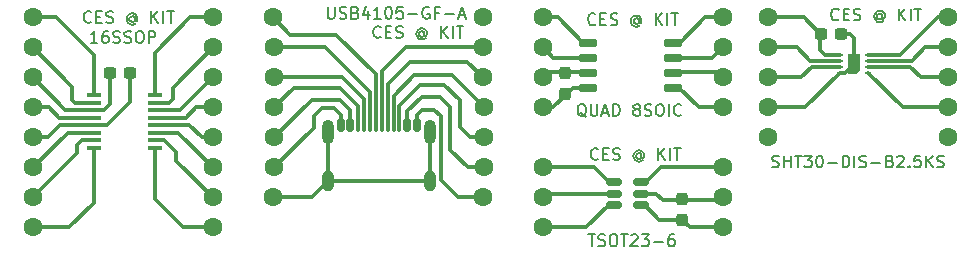
<source format=gbr>
%TF.GenerationSoftware,KiCad,Pcbnew,7.0.10*%
%TF.CreationDate,2024-02-02T14:05:35+01:00*%
%TF.ProjectId,smd_breadboard,736d645f-6272-4656-9164-626f6172642e,rev?*%
%TF.SameCoordinates,Original*%
%TF.FileFunction,Copper,L1,Top*%
%TF.FilePolarity,Positive*%
%FSLAX46Y46*%
G04 Gerber Fmt 4.6, Leading zero omitted, Abs format (unit mm)*
G04 Created by KiCad (PCBNEW 7.0.10) date 2024-02-02 14:05:35*
%MOMM*%
%LPD*%
G01*
G04 APERTURE LIST*
G04 Aperture macros list*
%AMRoundRect*
0 Rectangle with rounded corners*
0 $1 Rounding radius*
0 $2 $3 $4 $5 $6 $7 $8 $9 X,Y pos of 4 corners*
0 Add a 4 corners polygon primitive as box body*
4,1,4,$2,$3,$4,$5,$6,$7,$8,$9,$2,$3,0*
0 Add four circle primitives for the rounded corners*
1,1,$1+$1,$2,$3*
1,1,$1+$1,$4,$5*
1,1,$1+$1,$6,$7*
1,1,$1+$1,$8,$9*
0 Add four rect primitives between the rounded corners*
20,1,$1+$1,$2,$3,$4,$5,0*
20,1,$1+$1,$4,$5,$6,$7,0*
20,1,$1+$1,$6,$7,$8,$9,0*
20,1,$1+$1,$8,$9,$2,$3,0*%
%AMFreePoly0*
4,1,6,0.500000,-0.850000,-0.500000,-0.850000,-0.500000,0.550000,-0.200000,0.850000,0.500000,0.850000,0.500000,-0.850000,0.500000,-0.850000,$1*%
G04 Aperture macros list end*
%ADD10C,0.150000*%
%TA.AperFunction,NonConductor*%
%ADD11C,0.150000*%
%TD*%
%TA.AperFunction,ComponentPad*%
%ADD12C,1.600000*%
%TD*%
%TA.AperFunction,SMDPad,CuDef*%
%ADD13RoundRect,0.150000X-0.150000X-0.425000X0.150000X-0.425000X0.150000X0.425000X-0.150000X0.425000X0*%
%TD*%
%TA.AperFunction,SMDPad,CuDef*%
%ADD14RoundRect,0.075000X-0.075000X-0.500000X0.075000X-0.500000X0.075000X0.500000X-0.075000X0.500000X0*%
%TD*%
%TA.AperFunction,ComponentPad*%
%ADD15O,1.000000X2.100000*%
%TD*%
%TA.AperFunction,ComponentPad*%
%ADD16O,1.000000X1.800000*%
%TD*%
%TA.AperFunction,SMDPad,CuDef*%
%ADD17RoundRect,0.150000X-0.650000X-0.150000X0.650000X-0.150000X0.650000X0.150000X-0.650000X0.150000X0*%
%TD*%
%TA.AperFunction,SMDPad,CuDef*%
%ADD18RoundRect,0.237500X0.237500X-0.300000X0.237500X0.300000X-0.237500X0.300000X-0.237500X-0.300000X0*%
%TD*%
%TA.AperFunction,SMDPad,CuDef*%
%ADD19R,1.200000X0.400000*%
%TD*%
%TA.AperFunction,SMDPad,CuDef*%
%ADD20RoundRect,0.237500X-0.300000X-0.237500X0.300000X-0.237500X0.300000X0.237500X-0.300000X0.237500X0*%
%TD*%
%TA.AperFunction,SMDPad,CuDef*%
%ADD21RoundRect,0.237500X0.300000X0.237500X-0.300000X0.237500X-0.300000X-0.237500X0.300000X-0.237500X0*%
%TD*%
%TA.AperFunction,SMDPad,CuDef*%
%ADD22R,0.550000X0.250000*%
%TD*%
%TA.AperFunction,SMDPad,CuDef*%
%ADD23FreePoly0,180.000000*%
%TD*%
%TA.AperFunction,SMDPad,CuDef*%
%ADD24RoundRect,0.150000X0.512500X0.150000X-0.512500X0.150000X-0.512500X-0.150000X0.512500X-0.150000X0*%
%TD*%
%TA.AperFunction,Conductor*%
%ADD25C,0.300000*%
%TD*%
G04 APERTURE END LIST*
D10*
D11*
X179978207Y-63655580D02*
X179930588Y-63703200D01*
X179930588Y-63703200D02*
X179787731Y-63750819D01*
X179787731Y-63750819D02*
X179692493Y-63750819D01*
X179692493Y-63750819D02*
X179549636Y-63703200D01*
X179549636Y-63703200D02*
X179454398Y-63607961D01*
X179454398Y-63607961D02*
X179406779Y-63512723D01*
X179406779Y-63512723D02*
X179359160Y-63322247D01*
X179359160Y-63322247D02*
X179359160Y-63179390D01*
X179359160Y-63179390D02*
X179406779Y-62988914D01*
X179406779Y-62988914D02*
X179454398Y-62893676D01*
X179454398Y-62893676D02*
X179549636Y-62798438D01*
X179549636Y-62798438D02*
X179692493Y-62750819D01*
X179692493Y-62750819D02*
X179787731Y-62750819D01*
X179787731Y-62750819D02*
X179930588Y-62798438D01*
X179930588Y-62798438D02*
X179978207Y-62846057D01*
X180406779Y-63227009D02*
X180740112Y-63227009D01*
X180882969Y-63750819D02*
X180406779Y-63750819D01*
X180406779Y-63750819D02*
X180406779Y-62750819D01*
X180406779Y-62750819D02*
X180882969Y-62750819D01*
X181263922Y-63703200D02*
X181406779Y-63750819D01*
X181406779Y-63750819D02*
X181644874Y-63750819D01*
X181644874Y-63750819D02*
X181740112Y-63703200D01*
X181740112Y-63703200D02*
X181787731Y-63655580D01*
X181787731Y-63655580D02*
X181835350Y-63560342D01*
X181835350Y-63560342D02*
X181835350Y-63465104D01*
X181835350Y-63465104D02*
X181787731Y-63369866D01*
X181787731Y-63369866D02*
X181740112Y-63322247D01*
X181740112Y-63322247D02*
X181644874Y-63274628D01*
X181644874Y-63274628D02*
X181454398Y-63227009D01*
X181454398Y-63227009D02*
X181359160Y-63179390D01*
X181359160Y-63179390D02*
X181311541Y-63131771D01*
X181311541Y-63131771D02*
X181263922Y-63036533D01*
X181263922Y-63036533D02*
X181263922Y-62941295D01*
X181263922Y-62941295D02*
X181311541Y-62846057D01*
X181311541Y-62846057D02*
X181359160Y-62798438D01*
X181359160Y-62798438D02*
X181454398Y-62750819D01*
X181454398Y-62750819D02*
X181692493Y-62750819D01*
X181692493Y-62750819D02*
X181835350Y-62798438D01*
X183644874Y-63274628D02*
X183597255Y-63227009D01*
X183597255Y-63227009D02*
X183502017Y-63179390D01*
X183502017Y-63179390D02*
X183406779Y-63179390D01*
X183406779Y-63179390D02*
X183311541Y-63227009D01*
X183311541Y-63227009D02*
X183263922Y-63274628D01*
X183263922Y-63274628D02*
X183216303Y-63369866D01*
X183216303Y-63369866D02*
X183216303Y-63465104D01*
X183216303Y-63465104D02*
X183263922Y-63560342D01*
X183263922Y-63560342D02*
X183311541Y-63607961D01*
X183311541Y-63607961D02*
X183406779Y-63655580D01*
X183406779Y-63655580D02*
X183502017Y-63655580D01*
X183502017Y-63655580D02*
X183597255Y-63607961D01*
X183597255Y-63607961D02*
X183644874Y-63560342D01*
X183644874Y-63179390D02*
X183644874Y-63560342D01*
X183644874Y-63560342D02*
X183692493Y-63607961D01*
X183692493Y-63607961D02*
X183740112Y-63607961D01*
X183740112Y-63607961D02*
X183835351Y-63560342D01*
X183835351Y-63560342D02*
X183882970Y-63465104D01*
X183882970Y-63465104D02*
X183882970Y-63227009D01*
X183882970Y-63227009D02*
X183787732Y-63084152D01*
X183787732Y-63084152D02*
X183644874Y-62988914D01*
X183644874Y-62988914D02*
X183454398Y-62941295D01*
X183454398Y-62941295D02*
X183263922Y-62988914D01*
X183263922Y-62988914D02*
X183121065Y-63084152D01*
X183121065Y-63084152D02*
X183025827Y-63227009D01*
X183025827Y-63227009D02*
X182978208Y-63417485D01*
X182978208Y-63417485D02*
X183025827Y-63607961D01*
X183025827Y-63607961D02*
X183121065Y-63750819D01*
X183121065Y-63750819D02*
X183263922Y-63846057D01*
X183263922Y-63846057D02*
X183454398Y-63893676D01*
X183454398Y-63893676D02*
X183644874Y-63846057D01*
X183644874Y-63846057D02*
X183787732Y-63750819D01*
X185073446Y-63750819D02*
X185073446Y-62750819D01*
X185644874Y-63750819D02*
X185216303Y-63179390D01*
X185644874Y-62750819D02*
X185073446Y-63322247D01*
X186073446Y-63750819D02*
X186073446Y-62750819D01*
X186406779Y-62750819D02*
X186978207Y-62750819D01*
X186692493Y-63750819D02*
X186692493Y-62750819D01*
D10*
D11*
X159388207Y-64054580D02*
X159340588Y-64102200D01*
X159340588Y-64102200D02*
X159197731Y-64149819D01*
X159197731Y-64149819D02*
X159102493Y-64149819D01*
X159102493Y-64149819D02*
X158959636Y-64102200D01*
X158959636Y-64102200D02*
X158864398Y-64006961D01*
X158864398Y-64006961D02*
X158816779Y-63911723D01*
X158816779Y-63911723D02*
X158769160Y-63721247D01*
X158769160Y-63721247D02*
X158769160Y-63578390D01*
X158769160Y-63578390D02*
X158816779Y-63387914D01*
X158816779Y-63387914D02*
X158864398Y-63292676D01*
X158864398Y-63292676D02*
X158959636Y-63197438D01*
X158959636Y-63197438D02*
X159102493Y-63149819D01*
X159102493Y-63149819D02*
X159197731Y-63149819D01*
X159197731Y-63149819D02*
X159340588Y-63197438D01*
X159340588Y-63197438D02*
X159388207Y-63245057D01*
X159816779Y-63626009D02*
X160150112Y-63626009D01*
X160292969Y-64149819D02*
X159816779Y-64149819D01*
X159816779Y-64149819D02*
X159816779Y-63149819D01*
X159816779Y-63149819D02*
X160292969Y-63149819D01*
X160673922Y-64102200D02*
X160816779Y-64149819D01*
X160816779Y-64149819D02*
X161054874Y-64149819D01*
X161054874Y-64149819D02*
X161150112Y-64102200D01*
X161150112Y-64102200D02*
X161197731Y-64054580D01*
X161197731Y-64054580D02*
X161245350Y-63959342D01*
X161245350Y-63959342D02*
X161245350Y-63864104D01*
X161245350Y-63864104D02*
X161197731Y-63768866D01*
X161197731Y-63768866D02*
X161150112Y-63721247D01*
X161150112Y-63721247D02*
X161054874Y-63673628D01*
X161054874Y-63673628D02*
X160864398Y-63626009D01*
X160864398Y-63626009D02*
X160769160Y-63578390D01*
X160769160Y-63578390D02*
X160721541Y-63530771D01*
X160721541Y-63530771D02*
X160673922Y-63435533D01*
X160673922Y-63435533D02*
X160673922Y-63340295D01*
X160673922Y-63340295D02*
X160721541Y-63245057D01*
X160721541Y-63245057D02*
X160769160Y-63197438D01*
X160769160Y-63197438D02*
X160864398Y-63149819D01*
X160864398Y-63149819D02*
X161102493Y-63149819D01*
X161102493Y-63149819D02*
X161245350Y-63197438D01*
X163054874Y-63673628D02*
X163007255Y-63626009D01*
X163007255Y-63626009D02*
X162912017Y-63578390D01*
X162912017Y-63578390D02*
X162816779Y-63578390D01*
X162816779Y-63578390D02*
X162721541Y-63626009D01*
X162721541Y-63626009D02*
X162673922Y-63673628D01*
X162673922Y-63673628D02*
X162626303Y-63768866D01*
X162626303Y-63768866D02*
X162626303Y-63864104D01*
X162626303Y-63864104D02*
X162673922Y-63959342D01*
X162673922Y-63959342D02*
X162721541Y-64006961D01*
X162721541Y-64006961D02*
X162816779Y-64054580D01*
X162816779Y-64054580D02*
X162912017Y-64054580D01*
X162912017Y-64054580D02*
X163007255Y-64006961D01*
X163007255Y-64006961D02*
X163054874Y-63959342D01*
X163054874Y-63578390D02*
X163054874Y-63959342D01*
X163054874Y-63959342D02*
X163102493Y-64006961D01*
X163102493Y-64006961D02*
X163150112Y-64006961D01*
X163150112Y-64006961D02*
X163245351Y-63959342D01*
X163245351Y-63959342D02*
X163292970Y-63864104D01*
X163292970Y-63864104D02*
X163292970Y-63626009D01*
X163292970Y-63626009D02*
X163197732Y-63483152D01*
X163197732Y-63483152D02*
X163054874Y-63387914D01*
X163054874Y-63387914D02*
X162864398Y-63340295D01*
X162864398Y-63340295D02*
X162673922Y-63387914D01*
X162673922Y-63387914D02*
X162531065Y-63483152D01*
X162531065Y-63483152D02*
X162435827Y-63626009D01*
X162435827Y-63626009D02*
X162388208Y-63816485D01*
X162388208Y-63816485D02*
X162435827Y-64006961D01*
X162435827Y-64006961D02*
X162531065Y-64149819D01*
X162531065Y-64149819D02*
X162673922Y-64245057D01*
X162673922Y-64245057D02*
X162864398Y-64292676D01*
X162864398Y-64292676D02*
X163054874Y-64245057D01*
X163054874Y-64245057D02*
X163197732Y-64149819D01*
X164483446Y-64149819D02*
X164483446Y-63149819D01*
X165054874Y-64149819D02*
X164626303Y-63578390D01*
X165054874Y-63149819D02*
X164483446Y-63721247D01*
X165483446Y-64149819D02*
X165483446Y-63149819D01*
X165816779Y-63149819D02*
X166388207Y-63149819D01*
X166102493Y-64149819D02*
X166102493Y-63149819D01*
D10*
D11*
X116708207Y-63874580D02*
X116660588Y-63922200D01*
X116660588Y-63922200D02*
X116517731Y-63969819D01*
X116517731Y-63969819D02*
X116422493Y-63969819D01*
X116422493Y-63969819D02*
X116279636Y-63922200D01*
X116279636Y-63922200D02*
X116184398Y-63826961D01*
X116184398Y-63826961D02*
X116136779Y-63731723D01*
X116136779Y-63731723D02*
X116089160Y-63541247D01*
X116089160Y-63541247D02*
X116089160Y-63398390D01*
X116089160Y-63398390D02*
X116136779Y-63207914D01*
X116136779Y-63207914D02*
X116184398Y-63112676D01*
X116184398Y-63112676D02*
X116279636Y-63017438D01*
X116279636Y-63017438D02*
X116422493Y-62969819D01*
X116422493Y-62969819D02*
X116517731Y-62969819D01*
X116517731Y-62969819D02*
X116660588Y-63017438D01*
X116660588Y-63017438D02*
X116708207Y-63065057D01*
X117136779Y-63446009D02*
X117470112Y-63446009D01*
X117612969Y-63969819D02*
X117136779Y-63969819D01*
X117136779Y-63969819D02*
X117136779Y-62969819D01*
X117136779Y-62969819D02*
X117612969Y-62969819D01*
X117993922Y-63922200D02*
X118136779Y-63969819D01*
X118136779Y-63969819D02*
X118374874Y-63969819D01*
X118374874Y-63969819D02*
X118470112Y-63922200D01*
X118470112Y-63922200D02*
X118517731Y-63874580D01*
X118517731Y-63874580D02*
X118565350Y-63779342D01*
X118565350Y-63779342D02*
X118565350Y-63684104D01*
X118565350Y-63684104D02*
X118517731Y-63588866D01*
X118517731Y-63588866D02*
X118470112Y-63541247D01*
X118470112Y-63541247D02*
X118374874Y-63493628D01*
X118374874Y-63493628D02*
X118184398Y-63446009D01*
X118184398Y-63446009D02*
X118089160Y-63398390D01*
X118089160Y-63398390D02*
X118041541Y-63350771D01*
X118041541Y-63350771D02*
X117993922Y-63255533D01*
X117993922Y-63255533D02*
X117993922Y-63160295D01*
X117993922Y-63160295D02*
X118041541Y-63065057D01*
X118041541Y-63065057D02*
X118089160Y-63017438D01*
X118089160Y-63017438D02*
X118184398Y-62969819D01*
X118184398Y-62969819D02*
X118422493Y-62969819D01*
X118422493Y-62969819D02*
X118565350Y-63017438D01*
X120374874Y-63493628D02*
X120327255Y-63446009D01*
X120327255Y-63446009D02*
X120232017Y-63398390D01*
X120232017Y-63398390D02*
X120136779Y-63398390D01*
X120136779Y-63398390D02*
X120041541Y-63446009D01*
X120041541Y-63446009D02*
X119993922Y-63493628D01*
X119993922Y-63493628D02*
X119946303Y-63588866D01*
X119946303Y-63588866D02*
X119946303Y-63684104D01*
X119946303Y-63684104D02*
X119993922Y-63779342D01*
X119993922Y-63779342D02*
X120041541Y-63826961D01*
X120041541Y-63826961D02*
X120136779Y-63874580D01*
X120136779Y-63874580D02*
X120232017Y-63874580D01*
X120232017Y-63874580D02*
X120327255Y-63826961D01*
X120327255Y-63826961D02*
X120374874Y-63779342D01*
X120374874Y-63398390D02*
X120374874Y-63779342D01*
X120374874Y-63779342D02*
X120422493Y-63826961D01*
X120422493Y-63826961D02*
X120470112Y-63826961D01*
X120470112Y-63826961D02*
X120565351Y-63779342D01*
X120565351Y-63779342D02*
X120612970Y-63684104D01*
X120612970Y-63684104D02*
X120612970Y-63446009D01*
X120612970Y-63446009D02*
X120517732Y-63303152D01*
X120517732Y-63303152D02*
X120374874Y-63207914D01*
X120374874Y-63207914D02*
X120184398Y-63160295D01*
X120184398Y-63160295D02*
X119993922Y-63207914D01*
X119993922Y-63207914D02*
X119851065Y-63303152D01*
X119851065Y-63303152D02*
X119755827Y-63446009D01*
X119755827Y-63446009D02*
X119708208Y-63636485D01*
X119708208Y-63636485D02*
X119755827Y-63826961D01*
X119755827Y-63826961D02*
X119851065Y-63969819D01*
X119851065Y-63969819D02*
X119993922Y-64065057D01*
X119993922Y-64065057D02*
X120184398Y-64112676D01*
X120184398Y-64112676D02*
X120374874Y-64065057D01*
X120374874Y-64065057D02*
X120517732Y-63969819D01*
X121803446Y-63969819D02*
X121803446Y-62969819D01*
X122374874Y-63969819D02*
X121946303Y-63398390D01*
X122374874Y-62969819D02*
X121803446Y-63541247D01*
X122803446Y-63969819D02*
X122803446Y-62969819D01*
X123136779Y-62969819D02*
X123708207Y-62969819D01*
X123422493Y-63969819D02*
X123422493Y-62969819D01*
D10*
D11*
X159608207Y-75474580D02*
X159560588Y-75522200D01*
X159560588Y-75522200D02*
X159417731Y-75569819D01*
X159417731Y-75569819D02*
X159322493Y-75569819D01*
X159322493Y-75569819D02*
X159179636Y-75522200D01*
X159179636Y-75522200D02*
X159084398Y-75426961D01*
X159084398Y-75426961D02*
X159036779Y-75331723D01*
X159036779Y-75331723D02*
X158989160Y-75141247D01*
X158989160Y-75141247D02*
X158989160Y-74998390D01*
X158989160Y-74998390D02*
X159036779Y-74807914D01*
X159036779Y-74807914D02*
X159084398Y-74712676D01*
X159084398Y-74712676D02*
X159179636Y-74617438D01*
X159179636Y-74617438D02*
X159322493Y-74569819D01*
X159322493Y-74569819D02*
X159417731Y-74569819D01*
X159417731Y-74569819D02*
X159560588Y-74617438D01*
X159560588Y-74617438D02*
X159608207Y-74665057D01*
X160036779Y-75046009D02*
X160370112Y-75046009D01*
X160512969Y-75569819D02*
X160036779Y-75569819D01*
X160036779Y-75569819D02*
X160036779Y-74569819D01*
X160036779Y-74569819D02*
X160512969Y-74569819D01*
X160893922Y-75522200D02*
X161036779Y-75569819D01*
X161036779Y-75569819D02*
X161274874Y-75569819D01*
X161274874Y-75569819D02*
X161370112Y-75522200D01*
X161370112Y-75522200D02*
X161417731Y-75474580D01*
X161417731Y-75474580D02*
X161465350Y-75379342D01*
X161465350Y-75379342D02*
X161465350Y-75284104D01*
X161465350Y-75284104D02*
X161417731Y-75188866D01*
X161417731Y-75188866D02*
X161370112Y-75141247D01*
X161370112Y-75141247D02*
X161274874Y-75093628D01*
X161274874Y-75093628D02*
X161084398Y-75046009D01*
X161084398Y-75046009D02*
X160989160Y-74998390D01*
X160989160Y-74998390D02*
X160941541Y-74950771D01*
X160941541Y-74950771D02*
X160893922Y-74855533D01*
X160893922Y-74855533D02*
X160893922Y-74760295D01*
X160893922Y-74760295D02*
X160941541Y-74665057D01*
X160941541Y-74665057D02*
X160989160Y-74617438D01*
X160989160Y-74617438D02*
X161084398Y-74569819D01*
X161084398Y-74569819D02*
X161322493Y-74569819D01*
X161322493Y-74569819D02*
X161465350Y-74617438D01*
X163274874Y-75093628D02*
X163227255Y-75046009D01*
X163227255Y-75046009D02*
X163132017Y-74998390D01*
X163132017Y-74998390D02*
X163036779Y-74998390D01*
X163036779Y-74998390D02*
X162941541Y-75046009D01*
X162941541Y-75046009D02*
X162893922Y-75093628D01*
X162893922Y-75093628D02*
X162846303Y-75188866D01*
X162846303Y-75188866D02*
X162846303Y-75284104D01*
X162846303Y-75284104D02*
X162893922Y-75379342D01*
X162893922Y-75379342D02*
X162941541Y-75426961D01*
X162941541Y-75426961D02*
X163036779Y-75474580D01*
X163036779Y-75474580D02*
X163132017Y-75474580D01*
X163132017Y-75474580D02*
X163227255Y-75426961D01*
X163227255Y-75426961D02*
X163274874Y-75379342D01*
X163274874Y-74998390D02*
X163274874Y-75379342D01*
X163274874Y-75379342D02*
X163322493Y-75426961D01*
X163322493Y-75426961D02*
X163370112Y-75426961D01*
X163370112Y-75426961D02*
X163465351Y-75379342D01*
X163465351Y-75379342D02*
X163512970Y-75284104D01*
X163512970Y-75284104D02*
X163512970Y-75046009D01*
X163512970Y-75046009D02*
X163417732Y-74903152D01*
X163417732Y-74903152D02*
X163274874Y-74807914D01*
X163274874Y-74807914D02*
X163084398Y-74760295D01*
X163084398Y-74760295D02*
X162893922Y-74807914D01*
X162893922Y-74807914D02*
X162751065Y-74903152D01*
X162751065Y-74903152D02*
X162655827Y-75046009D01*
X162655827Y-75046009D02*
X162608208Y-75236485D01*
X162608208Y-75236485D02*
X162655827Y-75426961D01*
X162655827Y-75426961D02*
X162751065Y-75569819D01*
X162751065Y-75569819D02*
X162893922Y-75665057D01*
X162893922Y-75665057D02*
X163084398Y-75712676D01*
X163084398Y-75712676D02*
X163274874Y-75665057D01*
X163274874Y-75665057D02*
X163417732Y-75569819D01*
X164703446Y-75569819D02*
X164703446Y-74569819D01*
X165274874Y-75569819D02*
X164846303Y-74998390D01*
X165274874Y-74569819D02*
X164703446Y-75141247D01*
X165703446Y-75569819D02*
X165703446Y-74569819D01*
X166036779Y-74569819D02*
X166608207Y-74569819D01*
X166322493Y-75569819D02*
X166322493Y-74569819D01*
D10*
D11*
X141208207Y-65124580D02*
X141160588Y-65172200D01*
X141160588Y-65172200D02*
X141017731Y-65219819D01*
X141017731Y-65219819D02*
X140922493Y-65219819D01*
X140922493Y-65219819D02*
X140779636Y-65172200D01*
X140779636Y-65172200D02*
X140684398Y-65076961D01*
X140684398Y-65076961D02*
X140636779Y-64981723D01*
X140636779Y-64981723D02*
X140589160Y-64791247D01*
X140589160Y-64791247D02*
X140589160Y-64648390D01*
X140589160Y-64648390D02*
X140636779Y-64457914D01*
X140636779Y-64457914D02*
X140684398Y-64362676D01*
X140684398Y-64362676D02*
X140779636Y-64267438D01*
X140779636Y-64267438D02*
X140922493Y-64219819D01*
X140922493Y-64219819D02*
X141017731Y-64219819D01*
X141017731Y-64219819D02*
X141160588Y-64267438D01*
X141160588Y-64267438D02*
X141208207Y-64315057D01*
X141636779Y-64696009D02*
X141970112Y-64696009D01*
X142112969Y-65219819D02*
X141636779Y-65219819D01*
X141636779Y-65219819D02*
X141636779Y-64219819D01*
X141636779Y-64219819D02*
X142112969Y-64219819D01*
X142493922Y-65172200D02*
X142636779Y-65219819D01*
X142636779Y-65219819D02*
X142874874Y-65219819D01*
X142874874Y-65219819D02*
X142970112Y-65172200D01*
X142970112Y-65172200D02*
X143017731Y-65124580D01*
X143017731Y-65124580D02*
X143065350Y-65029342D01*
X143065350Y-65029342D02*
X143065350Y-64934104D01*
X143065350Y-64934104D02*
X143017731Y-64838866D01*
X143017731Y-64838866D02*
X142970112Y-64791247D01*
X142970112Y-64791247D02*
X142874874Y-64743628D01*
X142874874Y-64743628D02*
X142684398Y-64696009D01*
X142684398Y-64696009D02*
X142589160Y-64648390D01*
X142589160Y-64648390D02*
X142541541Y-64600771D01*
X142541541Y-64600771D02*
X142493922Y-64505533D01*
X142493922Y-64505533D02*
X142493922Y-64410295D01*
X142493922Y-64410295D02*
X142541541Y-64315057D01*
X142541541Y-64315057D02*
X142589160Y-64267438D01*
X142589160Y-64267438D02*
X142684398Y-64219819D01*
X142684398Y-64219819D02*
X142922493Y-64219819D01*
X142922493Y-64219819D02*
X143065350Y-64267438D01*
X144874874Y-64743628D02*
X144827255Y-64696009D01*
X144827255Y-64696009D02*
X144732017Y-64648390D01*
X144732017Y-64648390D02*
X144636779Y-64648390D01*
X144636779Y-64648390D02*
X144541541Y-64696009D01*
X144541541Y-64696009D02*
X144493922Y-64743628D01*
X144493922Y-64743628D02*
X144446303Y-64838866D01*
X144446303Y-64838866D02*
X144446303Y-64934104D01*
X144446303Y-64934104D02*
X144493922Y-65029342D01*
X144493922Y-65029342D02*
X144541541Y-65076961D01*
X144541541Y-65076961D02*
X144636779Y-65124580D01*
X144636779Y-65124580D02*
X144732017Y-65124580D01*
X144732017Y-65124580D02*
X144827255Y-65076961D01*
X144827255Y-65076961D02*
X144874874Y-65029342D01*
X144874874Y-64648390D02*
X144874874Y-65029342D01*
X144874874Y-65029342D02*
X144922493Y-65076961D01*
X144922493Y-65076961D02*
X144970112Y-65076961D01*
X144970112Y-65076961D02*
X145065351Y-65029342D01*
X145065351Y-65029342D02*
X145112970Y-64934104D01*
X145112970Y-64934104D02*
X145112970Y-64696009D01*
X145112970Y-64696009D02*
X145017732Y-64553152D01*
X145017732Y-64553152D02*
X144874874Y-64457914D01*
X144874874Y-64457914D02*
X144684398Y-64410295D01*
X144684398Y-64410295D02*
X144493922Y-64457914D01*
X144493922Y-64457914D02*
X144351065Y-64553152D01*
X144351065Y-64553152D02*
X144255827Y-64696009D01*
X144255827Y-64696009D02*
X144208208Y-64886485D01*
X144208208Y-64886485D02*
X144255827Y-65076961D01*
X144255827Y-65076961D02*
X144351065Y-65219819D01*
X144351065Y-65219819D02*
X144493922Y-65315057D01*
X144493922Y-65315057D02*
X144684398Y-65362676D01*
X144684398Y-65362676D02*
X144874874Y-65315057D01*
X144874874Y-65315057D02*
X145017732Y-65219819D01*
X146303446Y-65219819D02*
X146303446Y-64219819D01*
X146874874Y-65219819D02*
X146446303Y-64648390D01*
X146874874Y-64219819D02*
X146303446Y-64791247D01*
X147303446Y-65219819D02*
X147303446Y-64219819D01*
X147636779Y-64219819D02*
X148208207Y-64219819D01*
X147922493Y-65219819D02*
X147922493Y-64219819D01*
D10*
D11*
X136738095Y-62604819D02*
X136738095Y-63414342D01*
X136738095Y-63414342D02*
X136785714Y-63509580D01*
X136785714Y-63509580D02*
X136833333Y-63557200D01*
X136833333Y-63557200D02*
X136928571Y-63604819D01*
X136928571Y-63604819D02*
X137119047Y-63604819D01*
X137119047Y-63604819D02*
X137214285Y-63557200D01*
X137214285Y-63557200D02*
X137261904Y-63509580D01*
X137261904Y-63509580D02*
X137309523Y-63414342D01*
X137309523Y-63414342D02*
X137309523Y-62604819D01*
X137738095Y-63557200D02*
X137880952Y-63604819D01*
X137880952Y-63604819D02*
X138119047Y-63604819D01*
X138119047Y-63604819D02*
X138214285Y-63557200D01*
X138214285Y-63557200D02*
X138261904Y-63509580D01*
X138261904Y-63509580D02*
X138309523Y-63414342D01*
X138309523Y-63414342D02*
X138309523Y-63319104D01*
X138309523Y-63319104D02*
X138261904Y-63223866D01*
X138261904Y-63223866D02*
X138214285Y-63176247D01*
X138214285Y-63176247D02*
X138119047Y-63128628D01*
X138119047Y-63128628D02*
X137928571Y-63081009D01*
X137928571Y-63081009D02*
X137833333Y-63033390D01*
X137833333Y-63033390D02*
X137785714Y-62985771D01*
X137785714Y-62985771D02*
X137738095Y-62890533D01*
X137738095Y-62890533D02*
X137738095Y-62795295D01*
X137738095Y-62795295D02*
X137785714Y-62700057D01*
X137785714Y-62700057D02*
X137833333Y-62652438D01*
X137833333Y-62652438D02*
X137928571Y-62604819D01*
X137928571Y-62604819D02*
X138166666Y-62604819D01*
X138166666Y-62604819D02*
X138309523Y-62652438D01*
X139071428Y-63081009D02*
X139214285Y-63128628D01*
X139214285Y-63128628D02*
X139261904Y-63176247D01*
X139261904Y-63176247D02*
X139309523Y-63271485D01*
X139309523Y-63271485D02*
X139309523Y-63414342D01*
X139309523Y-63414342D02*
X139261904Y-63509580D01*
X139261904Y-63509580D02*
X139214285Y-63557200D01*
X139214285Y-63557200D02*
X139119047Y-63604819D01*
X139119047Y-63604819D02*
X138738095Y-63604819D01*
X138738095Y-63604819D02*
X138738095Y-62604819D01*
X138738095Y-62604819D02*
X139071428Y-62604819D01*
X139071428Y-62604819D02*
X139166666Y-62652438D01*
X139166666Y-62652438D02*
X139214285Y-62700057D01*
X139214285Y-62700057D02*
X139261904Y-62795295D01*
X139261904Y-62795295D02*
X139261904Y-62890533D01*
X139261904Y-62890533D02*
X139214285Y-62985771D01*
X139214285Y-62985771D02*
X139166666Y-63033390D01*
X139166666Y-63033390D02*
X139071428Y-63081009D01*
X139071428Y-63081009D02*
X138738095Y-63081009D01*
X140166666Y-62938152D02*
X140166666Y-63604819D01*
X139928571Y-62557200D02*
X139690476Y-63271485D01*
X139690476Y-63271485D02*
X140309523Y-63271485D01*
X141214285Y-63604819D02*
X140642857Y-63604819D01*
X140928571Y-63604819D02*
X140928571Y-62604819D01*
X140928571Y-62604819D02*
X140833333Y-62747676D01*
X140833333Y-62747676D02*
X140738095Y-62842914D01*
X140738095Y-62842914D02*
X140642857Y-62890533D01*
X141833333Y-62604819D02*
X141928571Y-62604819D01*
X141928571Y-62604819D02*
X142023809Y-62652438D01*
X142023809Y-62652438D02*
X142071428Y-62700057D01*
X142071428Y-62700057D02*
X142119047Y-62795295D01*
X142119047Y-62795295D02*
X142166666Y-62985771D01*
X142166666Y-62985771D02*
X142166666Y-63223866D01*
X142166666Y-63223866D02*
X142119047Y-63414342D01*
X142119047Y-63414342D02*
X142071428Y-63509580D01*
X142071428Y-63509580D02*
X142023809Y-63557200D01*
X142023809Y-63557200D02*
X141928571Y-63604819D01*
X141928571Y-63604819D02*
X141833333Y-63604819D01*
X141833333Y-63604819D02*
X141738095Y-63557200D01*
X141738095Y-63557200D02*
X141690476Y-63509580D01*
X141690476Y-63509580D02*
X141642857Y-63414342D01*
X141642857Y-63414342D02*
X141595238Y-63223866D01*
X141595238Y-63223866D02*
X141595238Y-62985771D01*
X141595238Y-62985771D02*
X141642857Y-62795295D01*
X141642857Y-62795295D02*
X141690476Y-62700057D01*
X141690476Y-62700057D02*
X141738095Y-62652438D01*
X141738095Y-62652438D02*
X141833333Y-62604819D01*
X143071428Y-62604819D02*
X142595238Y-62604819D01*
X142595238Y-62604819D02*
X142547619Y-63081009D01*
X142547619Y-63081009D02*
X142595238Y-63033390D01*
X142595238Y-63033390D02*
X142690476Y-62985771D01*
X142690476Y-62985771D02*
X142928571Y-62985771D01*
X142928571Y-62985771D02*
X143023809Y-63033390D01*
X143023809Y-63033390D02*
X143071428Y-63081009D01*
X143071428Y-63081009D02*
X143119047Y-63176247D01*
X143119047Y-63176247D02*
X143119047Y-63414342D01*
X143119047Y-63414342D02*
X143071428Y-63509580D01*
X143071428Y-63509580D02*
X143023809Y-63557200D01*
X143023809Y-63557200D02*
X142928571Y-63604819D01*
X142928571Y-63604819D02*
X142690476Y-63604819D01*
X142690476Y-63604819D02*
X142595238Y-63557200D01*
X142595238Y-63557200D02*
X142547619Y-63509580D01*
X143547619Y-63223866D02*
X144309524Y-63223866D01*
X145309523Y-62652438D02*
X145214285Y-62604819D01*
X145214285Y-62604819D02*
X145071428Y-62604819D01*
X145071428Y-62604819D02*
X144928571Y-62652438D01*
X144928571Y-62652438D02*
X144833333Y-62747676D01*
X144833333Y-62747676D02*
X144785714Y-62842914D01*
X144785714Y-62842914D02*
X144738095Y-63033390D01*
X144738095Y-63033390D02*
X144738095Y-63176247D01*
X144738095Y-63176247D02*
X144785714Y-63366723D01*
X144785714Y-63366723D02*
X144833333Y-63461961D01*
X144833333Y-63461961D02*
X144928571Y-63557200D01*
X144928571Y-63557200D02*
X145071428Y-63604819D01*
X145071428Y-63604819D02*
X145166666Y-63604819D01*
X145166666Y-63604819D02*
X145309523Y-63557200D01*
X145309523Y-63557200D02*
X145357142Y-63509580D01*
X145357142Y-63509580D02*
X145357142Y-63176247D01*
X145357142Y-63176247D02*
X145166666Y-63176247D01*
X146119047Y-63081009D02*
X145785714Y-63081009D01*
X145785714Y-63604819D02*
X145785714Y-62604819D01*
X145785714Y-62604819D02*
X146261904Y-62604819D01*
X146642857Y-63223866D02*
X147404762Y-63223866D01*
X147833333Y-63319104D02*
X148309523Y-63319104D01*
X147738095Y-63604819D02*
X148071428Y-62604819D01*
X148071428Y-62604819D02*
X148404761Y-63604819D01*
D10*
D11*
X158613333Y-71930057D02*
X158518095Y-71882438D01*
X158518095Y-71882438D02*
X158422857Y-71787200D01*
X158422857Y-71787200D02*
X158280000Y-71644342D01*
X158280000Y-71644342D02*
X158184762Y-71596723D01*
X158184762Y-71596723D02*
X158089524Y-71596723D01*
X158137143Y-71834819D02*
X158041905Y-71787200D01*
X158041905Y-71787200D02*
X157946667Y-71691961D01*
X157946667Y-71691961D02*
X157899048Y-71501485D01*
X157899048Y-71501485D02*
X157899048Y-71168152D01*
X157899048Y-71168152D02*
X157946667Y-70977676D01*
X157946667Y-70977676D02*
X158041905Y-70882438D01*
X158041905Y-70882438D02*
X158137143Y-70834819D01*
X158137143Y-70834819D02*
X158327619Y-70834819D01*
X158327619Y-70834819D02*
X158422857Y-70882438D01*
X158422857Y-70882438D02*
X158518095Y-70977676D01*
X158518095Y-70977676D02*
X158565714Y-71168152D01*
X158565714Y-71168152D02*
X158565714Y-71501485D01*
X158565714Y-71501485D02*
X158518095Y-71691961D01*
X158518095Y-71691961D02*
X158422857Y-71787200D01*
X158422857Y-71787200D02*
X158327619Y-71834819D01*
X158327619Y-71834819D02*
X158137143Y-71834819D01*
X158994286Y-70834819D02*
X158994286Y-71644342D01*
X158994286Y-71644342D02*
X159041905Y-71739580D01*
X159041905Y-71739580D02*
X159089524Y-71787200D01*
X159089524Y-71787200D02*
X159184762Y-71834819D01*
X159184762Y-71834819D02*
X159375238Y-71834819D01*
X159375238Y-71834819D02*
X159470476Y-71787200D01*
X159470476Y-71787200D02*
X159518095Y-71739580D01*
X159518095Y-71739580D02*
X159565714Y-71644342D01*
X159565714Y-71644342D02*
X159565714Y-70834819D01*
X159994286Y-71549104D02*
X160470476Y-71549104D01*
X159899048Y-71834819D02*
X160232381Y-70834819D01*
X160232381Y-70834819D02*
X160565714Y-71834819D01*
X160899048Y-71834819D02*
X160899048Y-70834819D01*
X160899048Y-70834819D02*
X161137143Y-70834819D01*
X161137143Y-70834819D02*
X161280000Y-70882438D01*
X161280000Y-70882438D02*
X161375238Y-70977676D01*
X161375238Y-70977676D02*
X161422857Y-71072914D01*
X161422857Y-71072914D02*
X161470476Y-71263390D01*
X161470476Y-71263390D02*
X161470476Y-71406247D01*
X161470476Y-71406247D02*
X161422857Y-71596723D01*
X161422857Y-71596723D02*
X161375238Y-71691961D01*
X161375238Y-71691961D02*
X161280000Y-71787200D01*
X161280000Y-71787200D02*
X161137143Y-71834819D01*
X161137143Y-71834819D02*
X160899048Y-71834819D01*
X162803810Y-71263390D02*
X162708572Y-71215771D01*
X162708572Y-71215771D02*
X162660953Y-71168152D01*
X162660953Y-71168152D02*
X162613334Y-71072914D01*
X162613334Y-71072914D02*
X162613334Y-71025295D01*
X162613334Y-71025295D02*
X162660953Y-70930057D01*
X162660953Y-70930057D02*
X162708572Y-70882438D01*
X162708572Y-70882438D02*
X162803810Y-70834819D01*
X162803810Y-70834819D02*
X162994286Y-70834819D01*
X162994286Y-70834819D02*
X163089524Y-70882438D01*
X163089524Y-70882438D02*
X163137143Y-70930057D01*
X163137143Y-70930057D02*
X163184762Y-71025295D01*
X163184762Y-71025295D02*
X163184762Y-71072914D01*
X163184762Y-71072914D02*
X163137143Y-71168152D01*
X163137143Y-71168152D02*
X163089524Y-71215771D01*
X163089524Y-71215771D02*
X162994286Y-71263390D01*
X162994286Y-71263390D02*
X162803810Y-71263390D01*
X162803810Y-71263390D02*
X162708572Y-71311009D01*
X162708572Y-71311009D02*
X162660953Y-71358628D01*
X162660953Y-71358628D02*
X162613334Y-71453866D01*
X162613334Y-71453866D02*
X162613334Y-71644342D01*
X162613334Y-71644342D02*
X162660953Y-71739580D01*
X162660953Y-71739580D02*
X162708572Y-71787200D01*
X162708572Y-71787200D02*
X162803810Y-71834819D01*
X162803810Y-71834819D02*
X162994286Y-71834819D01*
X162994286Y-71834819D02*
X163089524Y-71787200D01*
X163089524Y-71787200D02*
X163137143Y-71739580D01*
X163137143Y-71739580D02*
X163184762Y-71644342D01*
X163184762Y-71644342D02*
X163184762Y-71453866D01*
X163184762Y-71453866D02*
X163137143Y-71358628D01*
X163137143Y-71358628D02*
X163089524Y-71311009D01*
X163089524Y-71311009D02*
X162994286Y-71263390D01*
X163565715Y-71787200D02*
X163708572Y-71834819D01*
X163708572Y-71834819D02*
X163946667Y-71834819D01*
X163946667Y-71834819D02*
X164041905Y-71787200D01*
X164041905Y-71787200D02*
X164089524Y-71739580D01*
X164089524Y-71739580D02*
X164137143Y-71644342D01*
X164137143Y-71644342D02*
X164137143Y-71549104D01*
X164137143Y-71549104D02*
X164089524Y-71453866D01*
X164089524Y-71453866D02*
X164041905Y-71406247D01*
X164041905Y-71406247D02*
X163946667Y-71358628D01*
X163946667Y-71358628D02*
X163756191Y-71311009D01*
X163756191Y-71311009D02*
X163660953Y-71263390D01*
X163660953Y-71263390D02*
X163613334Y-71215771D01*
X163613334Y-71215771D02*
X163565715Y-71120533D01*
X163565715Y-71120533D02*
X163565715Y-71025295D01*
X163565715Y-71025295D02*
X163613334Y-70930057D01*
X163613334Y-70930057D02*
X163660953Y-70882438D01*
X163660953Y-70882438D02*
X163756191Y-70834819D01*
X163756191Y-70834819D02*
X163994286Y-70834819D01*
X163994286Y-70834819D02*
X164137143Y-70882438D01*
X164756191Y-70834819D02*
X164946667Y-70834819D01*
X164946667Y-70834819D02*
X165041905Y-70882438D01*
X165041905Y-70882438D02*
X165137143Y-70977676D01*
X165137143Y-70977676D02*
X165184762Y-71168152D01*
X165184762Y-71168152D02*
X165184762Y-71501485D01*
X165184762Y-71501485D02*
X165137143Y-71691961D01*
X165137143Y-71691961D02*
X165041905Y-71787200D01*
X165041905Y-71787200D02*
X164946667Y-71834819D01*
X164946667Y-71834819D02*
X164756191Y-71834819D01*
X164756191Y-71834819D02*
X164660953Y-71787200D01*
X164660953Y-71787200D02*
X164565715Y-71691961D01*
X164565715Y-71691961D02*
X164518096Y-71501485D01*
X164518096Y-71501485D02*
X164518096Y-71168152D01*
X164518096Y-71168152D02*
X164565715Y-70977676D01*
X164565715Y-70977676D02*
X164660953Y-70882438D01*
X164660953Y-70882438D02*
X164756191Y-70834819D01*
X165613334Y-71834819D02*
X165613334Y-70834819D01*
X166660952Y-71739580D02*
X166613333Y-71787200D01*
X166613333Y-71787200D02*
X166470476Y-71834819D01*
X166470476Y-71834819D02*
X166375238Y-71834819D01*
X166375238Y-71834819D02*
X166232381Y-71787200D01*
X166232381Y-71787200D02*
X166137143Y-71691961D01*
X166137143Y-71691961D02*
X166089524Y-71596723D01*
X166089524Y-71596723D02*
X166041905Y-71406247D01*
X166041905Y-71406247D02*
X166041905Y-71263390D01*
X166041905Y-71263390D02*
X166089524Y-71072914D01*
X166089524Y-71072914D02*
X166137143Y-70977676D01*
X166137143Y-70977676D02*
X166232381Y-70882438D01*
X166232381Y-70882438D02*
X166375238Y-70834819D01*
X166375238Y-70834819D02*
X166470476Y-70834819D01*
X166470476Y-70834819D02*
X166613333Y-70882438D01*
X166613333Y-70882438D02*
X166660952Y-70930057D01*
D10*
D11*
X117233333Y-65654819D02*
X116661905Y-65654819D01*
X116947619Y-65654819D02*
X116947619Y-64654819D01*
X116947619Y-64654819D02*
X116852381Y-64797676D01*
X116852381Y-64797676D02*
X116757143Y-64892914D01*
X116757143Y-64892914D02*
X116661905Y-64940533D01*
X118090476Y-64654819D02*
X117900000Y-64654819D01*
X117900000Y-64654819D02*
X117804762Y-64702438D01*
X117804762Y-64702438D02*
X117757143Y-64750057D01*
X117757143Y-64750057D02*
X117661905Y-64892914D01*
X117661905Y-64892914D02*
X117614286Y-65083390D01*
X117614286Y-65083390D02*
X117614286Y-65464342D01*
X117614286Y-65464342D02*
X117661905Y-65559580D01*
X117661905Y-65559580D02*
X117709524Y-65607200D01*
X117709524Y-65607200D02*
X117804762Y-65654819D01*
X117804762Y-65654819D02*
X117995238Y-65654819D01*
X117995238Y-65654819D02*
X118090476Y-65607200D01*
X118090476Y-65607200D02*
X118138095Y-65559580D01*
X118138095Y-65559580D02*
X118185714Y-65464342D01*
X118185714Y-65464342D02*
X118185714Y-65226247D01*
X118185714Y-65226247D02*
X118138095Y-65131009D01*
X118138095Y-65131009D02*
X118090476Y-65083390D01*
X118090476Y-65083390D02*
X117995238Y-65035771D01*
X117995238Y-65035771D02*
X117804762Y-65035771D01*
X117804762Y-65035771D02*
X117709524Y-65083390D01*
X117709524Y-65083390D02*
X117661905Y-65131009D01*
X117661905Y-65131009D02*
X117614286Y-65226247D01*
X118566667Y-65607200D02*
X118709524Y-65654819D01*
X118709524Y-65654819D02*
X118947619Y-65654819D01*
X118947619Y-65654819D02*
X119042857Y-65607200D01*
X119042857Y-65607200D02*
X119090476Y-65559580D01*
X119090476Y-65559580D02*
X119138095Y-65464342D01*
X119138095Y-65464342D02*
X119138095Y-65369104D01*
X119138095Y-65369104D02*
X119090476Y-65273866D01*
X119090476Y-65273866D02*
X119042857Y-65226247D01*
X119042857Y-65226247D02*
X118947619Y-65178628D01*
X118947619Y-65178628D02*
X118757143Y-65131009D01*
X118757143Y-65131009D02*
X118661905Y-65083390D01*
X118661905Y-65083390D02*
X118614286Y-65035771D01*
X118614286Y-65035771D02*
X118566667Y-64940533D01*
X118566667Y-64940533D02*
X118566667Y-64845295D01*
X118566667Y-64845295D02*
X118614286Y-64750057D01*
X118614286Y-64750057D02*
X118661905Y-64702438D01*
X118661905Y-64702438D02*
X118757143Y-64654819D01*
X118757143Y-64654819D02*
X118995238Y-64654819D01*
X118995238Y-64654819D02*
X119138095Y-64702438D01*
X119519048Y-65607200D02*
X119661905Y-65654819D01*
X119661905Y-65654819D02*
X119900000Y-65654819D01*
X119900000Y-65654819D02*
X119995238Y-65607200D01*
X119995238Y-65607200D02*
X120042857Y-65559580D01*
X120042857Y-65559580D02*
X120090476Y-65464342D01*
X120090476Y-65464342D02*
X120090476Y-65369104D01*
X120090476Y-65369104D02*
X120042857Y-65273866D01*
X120042857Y-65273866D02*
X119995238Y-65226247D01*
X119995238Y-65226247D02*
X119900000Y-65178628D01*
X119900000Y-65178628D02*
X119709524Y-65131009D01*
X119709524Y-65131009D02*
X119614286Y-65083390D01*
X119614286Y-65083390D02*
X119566667Y-65035771D01*
X119566667Y-65035771D02*
X119519048Y-64940533D01*
X119519048Y-64940533D02*
X119519048Y-64845295D01*
X119519048Y-64845295D02*
X119566667Y-64750057D01*
X119566667Y-64750057D02*
X119614286Y-64702438D01*
X119614286Y-64702438D02*
X119709524Y-64654819D01*
X119709524Y-64654819D02*
X119947619Y-64654819D01*
X119947619Y-64654819D02*
X120090476Y-64702438D01*
X120709524Y-64654819D02*
X120900000Y-64654819D01*
X120900000Y-64654819D02*
X120995238Y-64702438D01*
X120995238Y-64702438D02*
X121090476Y-64797676D01*
X121090476Y-64797676D02*
X121138095Y-64988152D01*
X121138095Y-64988152D02*
X121138095Y-65321485D01*
X121138095Y-65321485D02*
X121090476Y-65511961D01*
X121090476Y-65511961D02*
X120995238Y-65607200D01*
X120995238Y-65607200D02*
X120900000Y-65654819D01*
X120900000Y-65654819D02*
X120709524Y-65654819D01*
X120709524Y-65654819D02*
X120614286Y-65607200D01*
X120614286Y-65607200D02*
X120519048Y-65511961D01*
X120519048Y-65511961D02*
X120471429Y-65321485D01*
X120471429Y-65321485D02*
X120471429Y-64988152D01*
X120471429Y-64988152D02*
X120519048Y-64797676D01*
X120519048Y-64797676D02*
X120614286Y-64702438D01*
X120614286Y-64702438D02*
X120709524Y-64654819D01*
X121566667Y-65654819D02*
X121566667Y-64654819D01*
X121566667Y-64654819D02*
X121947619Y-64654819D01*
X121947619Y-64654819D02*
X122042857Y-64702438D01*
X122042857Y-64702438D02*
X122090476Y-64750057D01*
X122090476Y-64750057D02*
X122138095Y-64845295D01*
X122138095Y-64845295D02*
X122138095Y-64988152D01*
X122138095Y-64988152D02*
X122090476Y-65083390D01*
X122090476Y-65083390D02*
X122042857Y-65131009D01*
X122042857Y-65131009D02*
X121947619Y-65178628D01*
X121947619Y-65178628D02*
X121566667Y-65178628D01*
D10*
D11*
X174368096Y-76147200D02*
X174510953Y-76194819D01*
X174510953Y-76194819D02*
X174749048Y-76194819D01*
X174749048Y-76194819D02*
X174844286Y-76147200D01*
X174844286Y-76147200D02*
X174891905Y-76099580D01*
X174891905Y-76099580D02*
X174939524Y-76004342D01*
X174939524Y-76004342D02*
X174939524Y-75909104D01*
X174939524Y-75909104D02*
X174891905Y-75813866D01*
X174891905Y-75813866D02*
X174844286Y-75766247D01*
X174844286Y-75766247D02*
X174749048Y-75718628D01*
X174749048Y-75718628D02*
X174558572Y-75671009D01*
X174558572Y-75671009D02*
X174463334Y-75623390D01*
X174463334Y-75623390D02*
X174415715Y-75575771D01*
X174415715Y-75575771D02*
X174368096Y-75480533D01*
X174368096Y-75480533D02*
X174368096Y-75385295D01*
X174368096Y-75385295D02*
X174415715Y-75290057D01*
X174415715Y-75290057D02*
X174463334Y-75242438D01*
X174463334Y-75242438D02*
X174558572Y-75194819D01*
X174558572Y-75194819D02*
X174796667Y-75194819D01*
X174796667Y-75194819D02*
X174939524Y-75242438D01*
X175368096Y-76194819D02*
X175368096Y-75194819D01*
X175368096Y-75671009D02*
X175939524Y-75671009D01*
X175939524Y-76194819D02*
X175939524Y-75194819D01*
X176272858Y-75194819D02*
X176844286Y-75194819D01*
X176558572Y-76194819D02*
X176558572Y-75194819D01*
X177082382Y-75194819D02*
X177701429Y-75194819D01*
X177701429Y-75194819D02*
X177368096Y-75575771D01*
X177368096Y-75575771D02*
X177510953Y-75575771D01*
X177510953Y-75575771D02*
X177606191Y-75623390D01*
X177606191Y-75623390D02*
X177653810Y-75671009D01*
X177653810Y-75671009D02*
X177701429Y-75766247D01*
X177701429Y-75766247D02*
X177701429Y-76004342D01*
X177701429Y-76004342D02*
X177653810Y-76099580D01*
X177653810Y-76099580D02*
X177606191Y-76147200D01*
X177606191Y-76147200D02*
X177510953Y-76194819D01*
X177510953Y-76194819D02*
X177225239Y-76194819D01*
X177225239Y-76194819D02*
X177130001Y-76147200D01*
X177130001Y-76147200D02*
X177082382Y-76099580D01*
X178320477Y-75194819D02*
X178415715Y-75194819D01*
X178415715Y-75194819D02*
X178510953Y-75242438D01*
X178510953Y-75242438D02*
X178558572Y-75290057D01*
X178558572Y-75290057D02*
X178606191Y-75385295D01*
X178606191Y-75385295D02*
X178653810Y-75575771D01*
X178653810Y-75575771D02*
X178653810Y-75813866D01*
X178653810Y-75813866D02*
X178606191Y-76004342D01*
X178606191Y-76004342D02*
X178558572Y-76099580D01*
X178558572Y-76099580D02*
X178510953Y-76147200D01*
X178510953Y-76147200D02*
X178415715Y-76194819D01*
X178415715Y-76194819D02*
X178320477Y-76194819D01*
X178320477Y-76194819D02*
X178225239Y-76147200D01*
X178225239Y-76147200D02*
X178177620Y-76099580D01*
X178177620Y-76099580D02*
X178130001Y-76004342D01*
X178130001Y-76004342D02*
X178082382Y-75813866D01*
X178082382Y-75813866D02*
X178082382Y-75575771D01*
X178082382Y-75575771D02*
X178130001Y-75385295D01*
X178130001Y-75385295D02*
X178177620Y-75290057D01*
X178177620Y-75290057D02*
X178225239Y-75242438D01*
X178225239Y-75242438D02*
X178320477Y-75194819D01*
X179082382Y-75813866D02*
X179844287Y-75813866D01*
X180320477Y-76194819D02*
X180320477Y-75194819D01*
X180320477Y-75194819D02*
X180558572Y-75194819D01*
X180558572Y-75194819D02*
X180701429Y-75242438D01*
X180701429Y-75242438D02*
X180796667Y-75337676D01*
X180796667Y-75337676D02*
X180844286Y-75432914D01*
X180844286Y-75432914D02*
X180891905Y-75623390D01*
X180891905Y-75623390D02*
X180891905Y-75766247D01*
X180891905Y-75766247D02*
X180844286Y-75956723D01*
X180844286Y-75956723D02*
X180796667Y-76051961D01*
X180796667Y-76051961D02*
X180701429Y-76147200D01*
X180701429Y-76147200D02*
X180558572Y-76194819D01*
X180558572Y-76194819D02*
X180320477Y-76194819D01*
X181320477Y-76194819D02*
X181320477Y-75194819D01*
X181749048Y-76147200D02*
X181891905Y-76194819D01*
X181891905Y-76194819D02*
X182130000Y-76194819D01*
X182130000Y-76194819D02*
X182225238Y-76147200D01*
X182225238Y-76147200D02*
X182272857Y-76099580D01*
X182272857Y-76099580D02*
X182320476Y-76004342D01*
X182320476Y-76004342D02*
X182320476Y-75909104D01*
X182320476Y-75909104D02*
X182272857Y-75813866D01*
X182272857Y-75813866D02*
X182225238Y-75766247D01*
X182225238Y-75766247D02*
X182130000Y-75718628D01*
X182130000Y-75718628D02*
X181939524Y-75671009D01*
X181939524Y-75671009D02*
X181844286Y-75623390D01*
X181844286Y-75623390D02*
X181796667Y-75575771D01*
X181796667Y-75575771D02*
X181749048Y-75480533D01*
X181749048Y-75480533D02*
X181749048Y-75385295D01*
X181749048Y-75385295D02*
X181796667Y-75290057D01*
X181796667Y-75290057D02*
X181844286Y-75242438D01*
X181844286Y-75242438D02*
X181939524Y-75194819D01*
X181939524Y-75194819D02*
X182177619Y-75194819D01*
X182177619Y-75194819D02*
X182320476Y-75242438D01*
X182749048Y-75813866D02*
X183510953Y-75813866D01*
X184320476Y-75671009D02*
X184463333Y-75718628D01*
X184463333Y-75718628D02*
X184510952Y-75766247D01*
X184510952Y-75766247D02*
X184558571Y-75861485D01*
X184558571Y-75861485D02*
X184558571Y-76004342D01*
X184558571Y-76004342D02*
X184510952Y-76099580D01*
X184510952Y-76099580D02*
X184463333Y-76147200D01*
X184463333Y-76147200D02*
X184368095Y-76194819D01*
X184368095Y-76194819D02*
X183987143Y-76194819D01*
X183987143Y-76194819D02*
X183987143Y-75194819D01*
X183987143Y-75194819D02*
X184320476Y-75194819D01*
X184320476Y-75194819D02*
X184415714Y-75242438D01*
X184415714Y-75242438D02*
X184463333Y-75290057D01*
X184463333Y-75290057D02*
X184510952Y-75385295D01*
X184510952Y-75385295D02*
X184510952Y-75480533D01*
X184510952Y-75480533D02*
X184463333Y-75575771D01*
X184463333Y-75575771D02*
X184415714Y-75623390D01*
X184415714Y-75623390D02*
X184320476Y-75671009D01*
X184320476Y-75671009D02*
X183987143Y-75671009D01*
X184939524Y-75290057D02*
X184987143Y-75242438D01*
X184987143Y-75242438D02*
X185082381Y-75194819D01*
X185082381Y-75194819D02*
X185320476Y-75194819D01*
X185320476Y-75194819D02*
X185415714Y-75242438D01*
X185415714Y-75242438D02*
X185463333Y-75290057D01*
X185463333Y-75290057D02*
X185510952Y-75385295D01*
X185510952Y-75385295D02*
X185510952Y-75480533D01*
X185510952Y-75480533D02*
X185463333Y-75623390D01*
X185463333Y-75623390D02*
X184891905Y-76194819D01*
X184891905Y-76194819D02*
X185510952Y-76194819D01*
X185939524Y-76099580D02*
X185987143Y-76147200D01*
X185987143Y-76147200D02*
X185939524Y-76194819D01*
X185939524Y-76194819D02*
X185891905Y-76147200D01*
X185891905Y-76147200D02*
X185939524Y-76099580D01*
X185939524Y-76099580D02*
X185939524Y-76194819D01*
X186891904Y-75194819D02*
X186415714Y-75194819D01*
X186415714Y-75194819D02*
X186368095Y-75671009D01*
X186368095Y-75671009D02*
X186415714Y-75623390D01*
X186415714Y-75623390D02*
X186510952Y-75575771D01*
X186510952Y-75575771D02*
X186749047Y-75575771D01*
X186749047Y-75575771D02*
X186844285Y-75623390D01*
X186844285Y-75623390D02*
X186891904Y-75671009D01*
X186891904Y-75671009D02*
X186939523Y-75766247D01*
X186939523Y-75766247D02*
X186939523Y-76004342D01*
X186939523Y-76004342D02*
X186891904Y-76099580D01*
X186891904Y-76099580D02*
X186844285Y-76147200D01*
X186844285Y-76147200D02*
X186749047Y-76194819D01*
X186749047Y-76194819D02*
X186510952Y-76194819D01*
X186510952Y-76194819D02*
X186415714Y-76147200D01*
X186415714Y-76147200D02*
X186368095Y-76099580D01*
X187368095Y-76194819D02*
X187368095Y-75194819D01*
X187939523Y-76194819D02*
X187510952Y-75623390D01*
X187939523Y-75194819D02*
X187368095Y-75766247D01*
X188320476Y-76147200D02*
X188463333Y-76194819D01*
X188463333Y-76194819D02*
X188701428Y-76194819D01*
X188701428Y-76194819D02*
X188796666Y-76147200D01*
X188796666Y-76147200D02*
X188844285Y-76099580D01*
X188844285Y-76099580D02*
X188891904Y-76004342D01*
X188891904Y-76004342D02*
X188891904Y-75909104D01*
X188891904Y-75909104D02*
X188844285Y-75813866D01*
X188844285Y-75813866D02*
X188796666Y-75766247D01*
X188796666Y-75766247D02*
X188701428Y-75718628D01*
X188701428Y-75718628D02*
X188510952Y-75671009D01*
X188510952Y-75671009D02*
X188415714Y-75623390D01*
X188415714Y-75623390D02*
X188368095Y-75575771D01*
X188368095Y-75575771D02*
X188320476Y-75480533D01*
X188320476Y-75480533D02*
X188320476Y-75385295D01*
X188320476Y-75385295D02*
X188368095Y-75290057D01*
X188368095Y-75290057D02*
X188415714Y-75242438D01*
X188415714Y-75242438D02*
X188510952Y-75194819D01*
X188510952Y-75194819D02*
X188749047Y-75194819D01*
X188749047Y-75194819D02*
X188891904Y-75242438D01*
D10*
D11*
X158785714Y-81854819D02*
X159357142Y-81854819D01*
X159071428Y-82854819D02*
X159071428Y-81854819D01*
X159642857Y-82807200D02*
X159785714Y-82854819D01*
X159785714Y-82854819D02*
X160023809Y-82854819D01*
X160023809Y-82854819D02*
X160119047Y-82807200D01*
X160119047Y-82807200D02*
X160166666Y-82759580D01*
X160166666Y-82759580D02*
X160214285Y-82664342D01*
X160214285Y-82664342D02*
X160214285Y-82569104D01*
X160214285Y-82569104D02*
X160166666Y-82473866D01*
X160166666Y-82473866D02*
X160119047Y-82426247D01*
X160119047Y-82426247D02*
X160023809Y-82378628D01*
X160023809Y-82378628D02*
X159833333Y-82331009D01*
X159833333Y-82331009D02*
X159738095Y-82283390D01*
X159738095Y-82283390D02*
X159690476Y-82235771D01*
X159690476Y-82235771D02*
X159642857Y-82140533D01*
X159642857Y-82140533D02*
X159642857Y-82045295D01*
X159642857Y-82045295D02*
X159690476Y-81950057D01*
X159690476Y-81950057D02*
X159738095Y-81902438D01*
X159738095Y-81902438D02*
X159833333Y-81854819D01*
X159833333Y-81854819D02*
X160071428Y-81854819D01*
X160071428Y-81854819D02*
X160214285Y-81902438D01*
X160833333Y-81854819D02*
X161023809Y-81854819D01*
X161023809Y-81854819D02*
X161119047Y-81902438D01*
X161119047Y-81902438D02*
X161214285Y-81997676D01*
X161214285Y-81997676D02*
X161261904Y-82188152D01*
X161261904Y-82188152D02*
X161261904Y-82521485D01*
X161261904Y-82521485D02*
X161214285Y-82711961D01*
X161214285Y-82711961D02*
X161119047Y-82807200D01*
X161119047Y-82807200D02*
X161023809Y-82854819D01*
X161023809Y-82854819D02*
X160833333Y-82854819D01*
X160833333Y-82854819D02*
X160738095Y-82807200D01*
X160738095Y-82807200D02*
X160642857Y-82711961D01*
X160642857Y-82711961D02*
X160595238Y-82521485D01*
X160595238Y-82521485D02*
X160595238Y-82188152D01*
X160595238Y-82188152D02*
X160642857Y-81997676D01*
X160642857Y-81997676D02*
X160738095Y-81902438D01*
X160738095Y-81902438D02*
X160833333Y-81854819D01*
X161547619Y-81854819D02*
X162119047Y-81854819D01*
X161833333Y-82854819D02*
X161833333Y-81854819D01*
X162404762Y-81950057D02*
X162452381Y-81902438D01*
X162452381Y-81902438D02*
X162547619Y-81854819D01*
X162547619Y-81854819D02*
X162785714Y-81854819D01*
X162785714Y-81854819D02*
X162880952Y-81902438D01*
X162880952Y-81902438D02*
X162928571Y-81950057D01*
X162928571Y-81950057D02*
X162976190Y-82045295D01*
X162976190Y-82045295D02*
X162976190Y-82140533D01*
X162976190Y-82140533D02*
X162928571Y-82283390D01*
X162928571Y-82283390D02*
X162357143Y-82854819D01*
X162357143Y-82854819D02*
X162976190Y-82854819D01*
X163309524Y-81854819D02*
X163928571Y-81854819D01*
X163928571Y-81854819D02*
X163595238Y-82235771D01*
X163595238Y-82235771D02*
X163738095Y-82235771D01*
X163738095Y-82235771D02*
X163833333Y-82283390D01*
X163833333Y-82283390D02*
X163880952Y-82331009D01*
X163880952Y-82331009D02*
X163928571Y-82426247D01*
X163928571Y-82426247D02*
X163928571Y-82664342D01*
X163928571Y-82664342D02*
X163880952Y-82759580D01*
X163880952Y-82759580D02*
X163833333Y-82807200D01*
X163833333Y-82807200D02*
X163738095Y-82854819D01*
X163738095Y-82854819D02*
X163452381Y-82854819D01*
X163452381Y-82854819D02*
X163357143Y-82807200D01*
X163357143Y-82807200D02*
X163309524Y-82759580D01*
X164357143Y-82473866D02*
X165119048Y-82473866D01*
X166023809Y-81854819D02*
X165833333Y-81854819D01*
X165833333Y-81854819D02*
X165738095Y-81902438D01*
X165738095Y-81902438D02*
X165690476Y-81950057D01*
X165690476Y-81950057D02*
X165595238Y-82092914D01*
X165595238Y-82092914D02*
X165547619Y-82283390D01*
X165547619Y-82283390D02*
X165547619Y-82664342D01*
X165547619Y-82664342D02*
X165595238Y-82759580D01*
X165595238Y-82759580D02*
X165642857Y-82807200D01*
X165642857Y-82807200D02*
X165738095Y-82854819D01*
X165738095Y-82854819D02*
X165928571Y-82854819D01*
X165928571Y-82854819D02*
X166023809Y-82807200D01*
X166023809Y-82807200D02*
X166071428Y-82759580D01*
X166071428Y-82759580D02*
X166119047Y-82664342D01*
X166119047Y-82664342D02*
X166119047Y-82426247D01*
X166119047Y-82426247D02*
X166071428Y-82331009D01*
X166071428Y-82331009D02*
X166023809Y-82283390D01*
X166023809Y-82283390D02*
X165928571Y-82235771D01*
X165928571Y-82235771D02*
X165738095Y-82235771D01*
X165738095Y-82235771D02*
X165642857Y-82283390D01*
X165642857Y-82283390D02*
X165595238Y-82331009D01*
X165595238Y-82331009D02*
X165547619Y-82426247D01*
D12*
%TO.P,,2*%
%TO.N,N/C*%
X149860000Y-78740000D03*
%TD*%
%TO.P,,2*%
%TO.N,N/C*%
X132080000Y-78740000D03*
%TD*%
%TO.P,,2*%
%TO.N,N/C*%
X173990000Y-71120000D03*
%TD*%
%TO.P,,2*%
%TO.N,N/C*%
X132190000Y-71120000D03*
%TD*%
%TO.P,,2*%
%TO.N,N/C*%
X132080000Y-63500000D03*
%TD*%
%TO.P,,2*%
%TO.N,N/C*%
X189230000Y-66040000D03*
%TD*%
%TO.P,,2*%
%TO.N,N/C*%
X111760000Y-73660000D03*
%TD*%
D13*
%TO.P,USB4105-GF-A,A1,GND*%
%TO.N,N/C*%
X137850000Y-72620000D03*
%TO.P,USB4105-GF-A,A4,VBUS*%
X138650000Y-72620000D03*
D14*
%TO.P,USB4105-GF-A,A5,CC1*%
X139800000Y-72620000D03*
%TO.P,USB4105-GF-A,A6,D+*%
X140800000Y-72620000D03*
%TO.P,USB4105-GF-A,A7,D-*%
X141300000Y-72620000D03*
%TO.P,USB4105-GF-A,A8*%
X142300000Y-72620000D03*
D13*
%TO.P,USB4105-GF-A,A9,VBUS*%
X143450000Y-72620000D03*
%TO.P,USB4105-GF-A,A12,GND*%
X144250000Y-72620000D03*
%TO.P,USB4105-GF-A,B1,GND*%
X144250000Y-72620000D03*
%TO.P,USB4105-GF-A,B4,VBUS*%
X143450000Y-72620000D03*
D14*
%TO.P,USB4105-GF-A,B5,CC2*%
X142800000Y-72620000D03*
%TO.P,USB4105-GF-A,B6,D+*%
X141800000Y-72620000D03*
%TO.P,USB4105-GF-A,B7,D-*%
X140300000Y-72620000D03*
%TO.P,USB4105-GF-A,B8*%
X139300000Y-72620000D03*
D13*
%TO.P,USB4105-GF-A,B9,VBUS*%
X138650000Y-72620000D03*
%TO.P,USB4105-GF-A,B12,GND*%
X137850000Y-72620000D03*
D15*
%TO.P,USB4105-GF-A,S1,SHIELD*%
X136730000Y-73195000D03*
D16*
X136730000Y-77375000D03*
D15*
X145370000Y-73195000D03*
D16*
X145370000Y-77375000D03*
%TD*%
D12*
%TO.P,,2*%
%TO.N,N/C*%
X111760000Y-71120000D03*
%TD*%
%TO.P,,2*%
%TO.N,N/C*%
X154940000Y-78740000D03*
%TD*%
%TO.P,,2*%
%TO.N,N/C*%
X154940000Y-76200000D03*
%TD*%
D17*
%TO.P,QUAD 8SOIC,1,~{CS}*%
%TO.N,N/C*%
X158742500Y-65632500D03*
%TO.P,QUAD 8SOIC,2,DO(IO1)*%
X158742500Y-66902500D03*
%TO.P,QUAD 8SOIC,3,IO2*%
X158742500Y-68172500D03*
%TO.P,QUAD 8SOIC,4,GND*%
X158742500Y-69442500D03*
%TO.P,QUAD 8SOIC,5,DI(IO0)*%
X165942500Y-69442500D03*
%TO.P,QUAD 8SOIC,6,CLK*%
X165942500Y-68172500D03*
%TO.P,QUAD 8SOIC,7,IO3*%
X165942500Y-66902500D03*
%TO.P,QUAD 8SOIC,8,VCC*%
X165942500Y-65632500D03*
%TD*%
D12*
%TO.P,,2*%
%TO.N,N/C*%
X154940000Y-66040000D03*
%TD*%
D18*
%TO.P,C3,1*%
%TO.N,N/C*%
X156845000Y-69950500D03*
%TO.P,C3,2*%
X156845000Y-68225500D03*
%TD*%
D12*
%TO.P,,2*%
%TO.N,N/C*%
X127000000Y-63500000D03*
%TD*%
%TO.P,,2*%
%TO.N,N/C*%
X132190000Y-73660000D03*
%TD*%
%TO.P,,2*%
%TO.N,N/C*%
X170180000Y-71120000D03*
%TD*%
%TO.P,,2*%
%TO.N,N/C*%
X149860000Y-66040000D03*
%TD*%
%TO.P,,2*%
%TO.N,N/C*%
X170180000Y-68580000D03*
%TD*%
%TO.P,,2*%
%TO.N,N/C*%
X149970000Y-73660000D03*
%TD*%
%TO.P,,2*%
%TO.N,N/C*%
X154940000Y-71120000D03*
%TD*%
%TO.P,,2*%
%TO.N,N/C*%
X170180000Y-76200000D03*
%TD*%
%TO.P,,2*%
%TO.N,N/C*%
X189230000Y-63500000D03*
%TD*%
%TO.P,,2*%
%TO.N,N/C*%
X132190000Y-76200000D03*
%TD*%
%TO.P,,2*%
%TO.N,N/C*%
X170180000Y-63500000D03*
%TD*%
%TO.P,,2*%
%TO.N,N/C*%
X111760000Y-78740000D03*
%TD*%
D19*
%TO.P,16SSOP,1,TXD*%
%TO.N,N/C*%
X116900000Y-70077500D03*
%TO.P,16SSOP,2,~{RTS}*%
X116900000Y-70712500D03*
%TO.P,16SSOP,3,VCCIO*%
X116900000Y-71347500D03*
%TO.P,16SSOP,4,RXD*%
X116900000Y-71982500D03*
%TO.P,16SSOP,5,GND*%
X116900000Y-72617500D03*
%TO.P,16SSOP,6,~{CTS}*%
X116900000Y-73252500D03*
%TO.P,16SSOP,7,CBUS2*%
X116900000Y-73887500D03*
%TO.P,16SSOP,8,USBDP*%
X116900000Y-74522500D03*
%TO.P,16SSOP,9,USBDM*%
X122100000Y-74522500D03*
%TO.P,16SSOP,10,3V3OUT*%
X122100000Y-73887500D03*
%TO.P,16SSOP,11,~{RESET}*%
X122100000Y-73252500D03*
%TO.P,16SSOP,12,VCC*%
X122100000Y-72617500D03*
%TO.P,16SSOP,13,GND*%
X122100000Y-71982500D03*
%TO.P,16SSOP,14,CBUS1*%
X122100000Y-71347500D03*
%TO.P,16SSOP,15,CBUS0*%
X122100000Y-70712500D03*
%TO.P,16SSOP,16,CBUS3*%
X122100000Y-70077500D03*
%TD*%
D12*
%TO.P,,2*%
%TO.N,N/C*%
X154940000Y-81280000D03*
%TD*%
%TO.P,,2*%
%TO.N,N/C*%
X127000000Y-66040000D03*
%TD*%
%TO.P,,2*%
%TO.N,N/C*%
X154940000Y-63500000D03*
%TD*%
%TO.P,,2*%
%TO.N,N/C*%
X149860000Y-63500000D03*
%TD*%
D20*
%TO.P,C3,1*%
%TO.N,N/C*%
X118263500Y-68199000D03*
%TO.P,C3,2*%
X119988500Y-68199000D03*
%TD*%
D12*
%TO.P,,2*%
%TO.N,N/C*%
X173990000Y-63500000D03*
%TD*%
%TO.P,,2*%
%TO.N,N/C*%
X149970000Y-76200000D03*
%TD*%
%TO.P,,2*%
%TO.N,N/C*%
X111760000Y-68580000D03*
%TD*%
%TO.P,,2*%
%TO.N,N/C*%
X170180000Y-81280000D03*
%TD*%
D21*
%TO.P,C3,1*%
%TO.N,N/C*%
X180186500Y-64897000D03*
%TO.P,C3,2*%
X178461500Y-64897000D03*
%TD*%
D12*
%TO.P,,2*%
%TO.N,N/C*%
X173990000Y-68580000D03*
%TD*%
%TO.P,,2*%
%TO.N,N/C*%
X132190000Y-68580000D03*
%TD*%
%TO.P,,2*%
%TO.N,N/C*%
X149860000Y-68580000D03*
%TD*%
%TO.P,,2*%
%TO.N,N/C*%
X111760000Y-81280000D03*
%TD*%
%TO.P,,2*%
%TO.N,N/C*%
X170180000Y-66040000D03*
%TD*%
%TO.P,,2*%
%TO.N,N/C*%
X111760000Y-63500000D03*
%TD*%
%TO.P,,2*%
%TO.N,N/C*%
X127000000Y-71120000D03*
%TD*%
D18*
%TO.P,C3,1*%
%TO.N,N/C*%
X166751000Y-80618500D03*
%TO.P,C3,2*%
X166751000Y-78893500D03*
%TD*%
D12*
%TO.P,,2*%
%TO.N,N/C*%
X189230000Y-73660000D03*
%TD*%
%TO.P,,2*%
%TO.N,N/C*%
X127000000Y-68580000D03*
%TD*%
%TO.P,,2*%
%TO.N,N/C*%
X132190000Y-66040000D03*
%TD*%
D22*
%TO.P,SHT30-DIS-B2.5KS,1,SDA*%
%TO.N,N/C*%
X182452500Y-68172500D03*
%TO.P,SHT30-DIS-B2.5KS,2,ADDR*%
X182452500Y-67672500D03*
%TO.P,SHT30-DIS-B2.5KS,3,ALERT*%
X182452500Y-67172500D03*
%TO.P,SHT30-DIS-B2.5KS,4,SCL*%
X182452500Y-66672500D03*
%TO.P,SHT30-DIS-B2.5KS,5,VDD*%
X180102500Y-66672500D03*
%TO.P,SHT30-DIS-B2.5KS,6,~{RESET}*%
X180102500Y-67172500D03*
%TO.P,SHT30-DIS-B2.5KS,7,R*%
X180102500Y-67672500D03*
%TO.P,SHT30-DIS-B2.5KS,8,VSS*%
X180102500Y-68172500D03*
D23*
%TO.P,SHT30-DIS-B2.5KS,9,VSS*%
X181277500Y-67422500D03*
%TD*%
D12*
%TO.P,,2*%
%TO.N,N/C*%
X127000000Y-76200000D03*
%TD*%
%TO.P,,2*%
%TO.N,N/C*%
X127000000Y-78740000D03*
%TD*%
D24*
%TO.P,TSOT23-6,1,VDD*%
%TO.N,N/C*%
X163277500Y-79370000D03*
%TO.P,TSOT23-6,2,GND*%
X163277500Y-78420000D03*
%TO.P,TSOT23-6,3,DELAY/M_RST*%
X163277500Y-77470000D03*
%TO.P,TSOT23-6,4,DONE*%
X161002500Y-77470000D03*
%TO.P,TSOT23-6,5,WAKE*%
X161002500Y-78420000D03*
%TO.P,TSOT23-6,6,~{RST}*%
X161002500Y-79370000D03*
%TD*%
D12*
%TO.P,,2*%
%TO.N,N/C*%
X189230000Y-68580000D03*
%TD*%
%TO.P,,2*%
%TO.N,N/C*%
X173990000Y-73660000D03*
%TD*%
%TO.P,,2*%
%TO.N,N/C*%
X111760000Y-66040000D03*
%TD*%
%TO.P,,2*%
%TO.N,N/C*%
X173990000Y-66040000D03*
%TD*%
%TO.P,,2*%
%TO.N,N/C*%
X149970000Y-71120000D03*
%TD*%
%TO.P,,2*%
%TO.N,N/C*%
X170180000Y-78740000D03*
%TD*%
%TO.P,,2*%
%TO.N,N/C*%
X154940000Y-68580000D03*
%TD*%
%TO.P,,2*%
%TO.N,N/C*%
X189230000Y-71120000D03*
%TD*%
%TO.P,,2*%
%TO.N,N/C*%
X127000000Y-73660000D03*
%TD*%
%TO.P,,2*%
%TO.N,N/C*%
X127000000Y-81280000D03*
%TD*%
%TO.P,,2*%
%TO.N,N/C*%
X111760000Y-76200000D03*
%TD*%
D25*
%TO.N,*%
X132080000Y-78740000D02*
X135365000Y-78740000D01*
X135365000Y-78740000D02*
X136730000Y-77375000D01*
X133540000Y-64960000D02*
X137450000Y-64960000D01*
X140800000Y-68310000D02*
X140800000Y-72620000D01*
X132080000Y-63500000D02*
X133540000Y-64960000D01*
X137450000Y-64960000D02*
X140800000Y-68310000D01*
X149860000Y-66040000D02*
X143320000Y-66040000D01*
X143320000Y-66040000D02*
X141300000Y-68060000D01*
X141300000Y-68060000D02*
X141300000Y-72620000D01*
X149860000Y-68580000D02*
X148540000Y-67260000D01*
X148540000Y-67260000D02*
X143700000Y-67260000D01*
X143700000Y-67260000D02*
X141800000Y-69160000D01*
X141800000Y-69160000D02*
X141800000Y-72620000D01*
X149970000Y-71120000D02*
X147210000Y-68360000D01*
X147210000Y-68360000D02*
X144050000Y-68360000D01*
X144050000Y-68360000D02*
X142300000Y-70110000D01*
X142300000Y-70110000D02*
X142300000Y-72620000D01*
X149970000Y-73660000D02*
X148800000Y-73660000D01*
X144550000Y-69210000D02*
X142800000Y-70960000D01*
X148800000Y-73660000D02*
X147900000Y-72760000D01*
X147900000Y-72760000D02*
X147900000Y-70510000D01*
X147900000Y-70510000D02*
X146600000Y-69210000D01*
X146600000Y-69210000D02*
X144550000Y-69210000D01*
X142800000Y-70960000D02*
X142800000Y-72620000D01*
X149970000Y-76200000D02*
X148590000Y-76200000D01*
X148590000Y-76200000D02*
X147100000Y-74710000D01*
X147100000Y-74710000D02*
X147100000Y-71110000D01*
X147100000Y-71110000D02*
X146200000Y-70210000D01*
X144700000Y-70210000D02*
X143450000Y-71460000D01*
X146200000Y-70210000D02*
X144700000Y-70210000D01*
X143450000Y-71460000D02*
X143450000Y-72620000D01*
X136530000Y-66040000D02*
X140300000Y-69810000D01*
X132190000Y-66040000D02*
X136530000Y-66040000D01*
X140300000Y-69810000D02*
X140300000Y-72620000D01*
X137970000Y-68580000D02*
X139800000Y-70410000D01*
X132190000Y-68580000D02*
X137970000Y-68580000D01*
X139800000Y-70410000D02*
X139800000Y-72620000D01*
X132190000Y-71120000D02*
X133850000Y-69460000D01*
X133850000Y-69460000D02*
X137800000Y-69460000D01*
X137800000Y-69460000D02*
X139300000Y-70960000D01*
X139300000Y-70960000D02*
X139300000Y-72620000D01*
X132190000Y-73660000D02*
X135390000Y-70460000D01*
X135390000Y-70460000D02*
X137800000Y-70460000D01*
X137800000Y-70460000D02*
X138650000Y-71310000D01*
X138650000Y-71310000D02*
X138650000Y-72620000D01*
X137850000Y-72620000D02*
X137850000Y-71780000D01*
X136270000Y-71150000D02*
X135550000Y-71870000D01*
X137850000Y-71780000D02*
X137220000Y-71150000D01*
X135550000Y-72840000D02*
X132190000Y-76200000D01*
X137220000Y-71150000D02*
X136270000Y-71150000D01*
X135550000Y-71870000D02*
X135550000Y-72840000D01*
X147780000Y-78740000D02*
X146320000Y-77280000D01*
X146320000Y-77280000D02*
X146320000Y-71850000D01*
X144250000Y-72620000D02*
X144250000Y-71770000D01*
X144250000Y-71770000D02*
X144720000Y-71300000D01*
X144720000Y-71300000D02*
X145770000Y-71300000D01*
X145770000Y-71300000D02*
X146320000Y-71850000D01*
X147780000Y-78740000D02*
X149860000Y-78740000D01*
X154940000Y-66040000D02*
X155837500Y-66937500D01*
X114652500Y-71347500D02*
X116900000Y-71347500D01*
X178435000Y-64897000D02*
X178435000Y-66294000D01*
X158707500Y-66937500D02*
X158742500Y-66902500D01*
X154940000Y-71120000D02*
X155802500Y-71120000D01*
X117755500Y-71347500D02*
X118263500Y-70839500D01*
X155382500Y-68137500D02*
X158707500Y-68137500D01*
X115500000Y-74300000D02*
X115912500Y-73887500D01*
X111760000Y-63500000D02*
X113700000Y-63500000D01*
X161002500Y-78420000D02*
X155260000Y-78420000D01*
X113982500Y-71982500D02*
X116900000Y-71982500D01*
X158623000Y-81280000D02*
X160533000Y-79370000D01*
X113700000Y-63500000D02*
X116900000Y-66700000D01*
X123600000Y-70400000D02*
X123287500Y-70712500D01*
X166470500Y-69442500D02*
X165942500Y-69442500D01*
X180102500Y-68172500D02*
X180527500Y-68172500D01*
X176430000Y-66040000D02*
X173990000Y-66040000D01*
X115500000Y-75000000D02*
X115500000Y-74300000D01*
X160528000Y-77470000D02*
X161002500Y-77470000D01*
X122887500Y-73887500D02*
X122100000Y-73887500D01*
X111760000Y-71120000D02*
X113120000Y-71120000D01*
X127000000Y-78740000D02*
X123900000Y-75640000D01*
X127000000Y-66040000D02*
X123600000Y-69440000D01*
X111760000Y-73660000D02*
X113040000Y-73660000D01*
X111760000Y-68580000D02*
X114527500Y-71347500D01*
X165100000Y-78994000D02*
X169926000Y-78994000D01*
X118263500Y-70839500D02*
X118263500Y-68199000D01*
X154940000Y-68580000D02*
X155382500Y-68137500D01*
X136730000Y-73195000D02*
X136730000Y-77375000D01*
X165977500Y-66937500D02*
X165942500Y-66902500D01*
X170180000Y-63500000D02*
X168656000Y-63500000D01*
X178435000Y-66294000D02*
X178813500Y-66672500D01*
X164973000Y-76200000D02*
X163703000Y-77470000D01*
X180102500Y-67672500D02*
X177697500Y-67672500D01*
X177155000Y-71120000D02*
X180102500Y-68172500D01*
X189230000Y-63500000D02*
X188370000Y-63500000D01*
X111760000Y-81280000D02*
X114820000Y-81280000D01*
X118009500Y-72617500D02*
X119988500Y-70638500D01*
X124232500Y-71347500D02*
X122100000Y-71347500D01*
X187330000Y-66040000D02*
X189230000Y-66040000D01*
X180186500Y-64897000D02*
X180975000Y-64897000D01*
X126060000Y-73660000D02*
X125017500Y-72617500D01*
X123287500Y-70712500D02*
X122100000Y-70712500D01*
X163277500Y-78420000D02*
X164526000Y-78420000D01*
X154940000Y-81280000D02*
X158623000Y-81280000D01*
X136730000Y-77375000D02*
X145370000Y-77375000D01*
X169926000Y-78994000D02*
X170180000Y-78740000D01*
X186062500Y-67672500D02*
X186970000Y-68580000D01*
X170180000Y-81280000D02*
X167412500Y-81280000D01*
X155802500Y-71120000D02*
X157480000Y-69442500D01*
X157480000Y-69442500D02*
X158742500Y-69442500D01*
X163571000Y-79370000D02*
X163277500Y-79370000D01*
X169282500Y-66937500D02*
X165977500Y-66937500D01*
X125017500Y-72617500D02*
X122100000Y-72617500D01*
X116900000Y-71347500D02*
X117755500Y-71347500D01*
X111760000Y-66040000D02*
X115100000Y-69380000D01*
X177562500Y-67172500D02*
X176430000Y-66040000D01*
X181277500Y-65199500D02*
X181277500Y-67422500D01*
X113040000Y-73660000D02*
X114082500Y-72617500D01*
X111760000Y-76200000D02*
X114707500Y-73252500D01*
X173990000Y-63500000D02*
X177038000Y-63500000D01*
X155260000Y-78420000D02*
X154940000Y-78740000D01*
X158342500Y-65632500D02*
X158742500Y-65632500D01*
X127000000Y-68580000D02*
X124232500Y-71347500D01*
X113120000Y-71120000D02*
X113982500Y-71982500D01*
X123900000Y-74900000D02*
X122887500Y-73887500D01*
X114707500Y-73252500D02*
X116900000Y-73252500D01*
X124052500Y-73252500D02*
X122100000Y-73252500D01*
X170180000Y-68580000D02*
X169737500Y-68137500D01*
X176790000Y-68580000D02*
X173990000Y-68580000D01*
X127000000Y-71120000D02*
X125580000Y-71120000D01*
X154940000Y-76200000D02*
X159258000Y-76200000D01*
X127000000Y-73660000D02*
X126060000Y-73660000D01*
X166523500Y-65632500D02*
X165942500Y-65632500D01*
X173990000Y-68580000D02*
X174432500Y-68137500D01*
X124717500Y-71982500D02*
X122100000Y-71982500D01*
X170180000Y-71120000D02*
X168148000Y-71120000D01*
X177697500Y-67672500D02*
X176790000Y-68580000D01*
X115312500Y-70712500D02*
X116900000Y-70712500D01*
X111760000Y-78740000D02*
X115500000Y-75000000D01*
X182452500Y-67172500D02*
X186197500Y-67172500D01*
X182452500Y-67672500D02*
X186062500Y-67672500D01*
X160533000Y-79370000D02*
X161002500Y-79370000D01*
X166751000Y-80618500D02*
X164819500Y-80618500D01*
X114082500Y-72617500D02*
X116900000Y-72617500D01*
X169737500Y-68137500D02*
X165977500Y-68137500D01*
X115100000Y-70500000D02*
X115312500Y-70712500D01*
X173990000Y-71120000D02*
X177155000Y-71120000D01*
X167412500Y-81280000D02*
X166751000Y-80618500D01*
X170180000Y-76200000D02*
X164973000Y-76200000D01*
X154940000Y-81280000D02*
X155382500Y-80837500D01*
X114527500Y-71347500D02*
X114652500Y-71347500D01*
X168656000Y-63500000D02*
X166523500Y-65632500D01*
X180102500Y-67172500D02*
X177562500Y-67172500D01*
X119988500Y-70638500D02*
X119988500Y-68199000D01*
X122100000Y-78900000D02*
X122100000Y-74522500D01*
X159258000Y-76200000D02*
X160528000Y-77470000D01*
X114820000Y-81280000D02*
X116900000Y-79200000D01*
X124480000Y-81280000D02*
X122100000Y-78900000D01*
X156210000Y-63500000D02*
X158342500Y-65632500D01*
X158707500Y-68137500D02*
X158742500Y-68172500D01*
X123600000Y-69440000D02*
X123600000Y-70400000D01*
X185400000Y-71120000D02*
X182452500Y-68172500D01*
X180527500Y-68172500D02*
X181277500Y-67422500D01*
X164819500Y-80618500D02*
X163571000Y-79370000D01*
X127000000Y-81280000D02*
X124480000Y-81280000D01*
X170180000Y-81280000D02*
X169737500Y-80837500D01*
X163703000Y-77470000D02*
X163277500Y-77470000D01*
X178813500Y-66672500D02*
X180102500Y-66672500D01*
X186197500Y-67172500D02*
X187330000Y-66040000D01*
X188370000Y-63500000D02*
X185197500Y-66672500D01*
X170180000Y-66040000D02*
X169282500Y-66937500D01*
X125580000Y-71120000D02*
X124717500Y-71982500D01*
X123900000Y-75640000D02*
X123900000Y-74900000D01*
X122100000Y-66500000D02*
X122100000Y-70077500D01*
X189230000Y-71120000D02*
X185400000Y-71120000D01*
X186970000Y-68580000D02*
X189230000Y-68580000D01*
X145370000Y-73195000D02*
X145370000Y-77375000D01*
X115100000Y-69380000D02*
X115100000Y-70500000D01*
X116900000Y-79200000D02*
X116900000Y-74522500D01*
X185197500Y-66672500D02*
X182452500Y-66672500D01*
X165977500Y-68137500D02*
X165942500Y-68172500D01*
X125100000Y-63500000D02*
X122100000Y-66500000D01*
X115912500Y-73887500D02*
X116900000Y-73887500D01*
X189230000Y-68580000D02*
X188787500Y-68137500D01*
X177038000Y-63500000D02*
X178435000Y-64897000D01*
X116900000Y-72617500D02*
X118009500Y-72617500D01*
X155837500Y-66937500D02*
X158707500Y-66937500D01*
X116900000Y-66700000D02*
X116900000Y-70077500D01*
X180975000Y-64897000D02*
X181277500Y-65199500D01*
X168148000Y-71120000D02*
X166470500Y-69442500D01*
X127000000Y-63500000D02*
X125100000Y-63500000D01*
X164526000Y-78420000D02*
X165100000Y-78994000D01*
X127000000Y-76200000D02*
X124052500Y-73252500D01*
X154940000Y-63500000D02*
X156210000Y-63500000D01*
%TD*%
M02*

</source>
